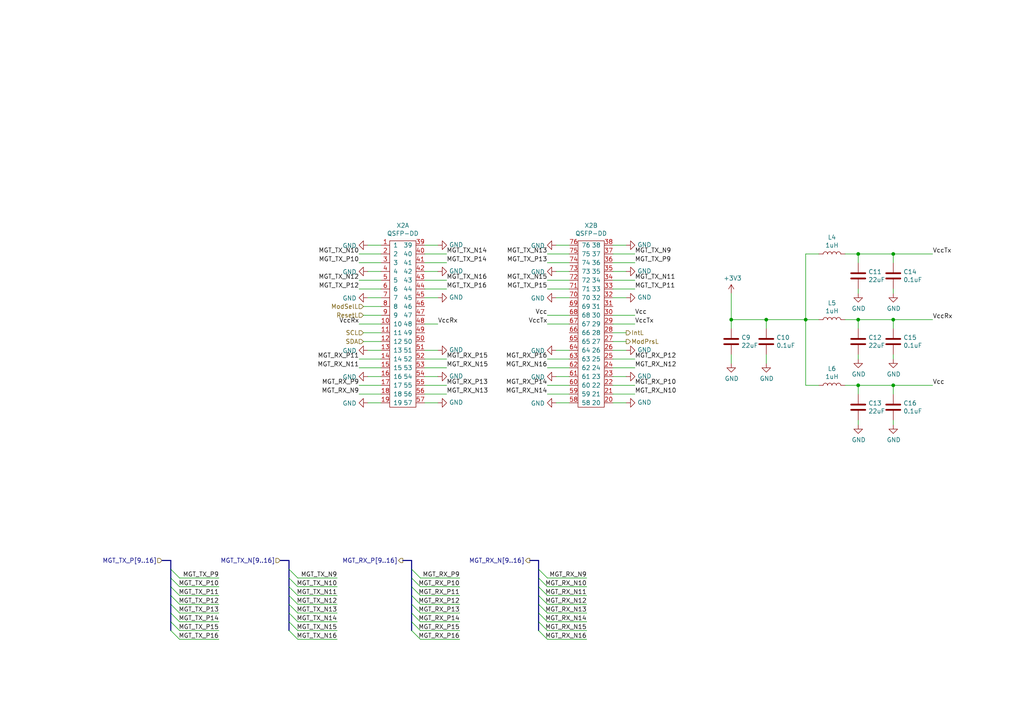
<source format=kicad_sch>
(kicad_sch (version 20211123) (generator eeschema)
  (paper "A4")
  (title_block (title "RTM_Template") (date "2021-06-25") (rev "v1.0") (company "Karlsruhe Institute of Technology (KIT)") (comment 1 "Carsten Schmerbeck, Luis Ardila "))
  (lib_symbols
    (symbol "Device:C" (pin_numbers hide) (pin_names (offset 0.254))
      (property "Reference" "C" (at 0.635 2.54 0))
      (property "Value" "C" (at 0.635 -2.54 0))
      (symbol "C_0_1"
        (polyline (pts (xy -2.032 -0.762) (xy 2.032 -0.762)) (stroke (width 0.508)))
        (polyline (pts (xy -2.032 0.762) (xy 2.032 0.762)) (stroke (width 0.508)))
      )
      (symbol "C_1_1"
        (pin passive line (at 0 3.81 270) (length 2.794) (name "~") (number "1"))
        (pin passive line (at 0 -3.81 90) (length 2.794) (name "~") (number "2"))
      )
    )
    (symbol "Device:L" (pin_numbers hide) (pin_names (offset 1.016) hide)
      (property "Reference" "L" (at -1.27 0 90))
      (property "Value" "L" (at 1.905 0 90))
      (symbol "L_0_1"
        (arc (start 0 -2.54) (mid 0.635 -1.905) (end 0 -1.27))
        (arc (start 0 -1.27) (mid 0.635 -0.635) (end 0 0))
        (arc (start 0 0) (mid 0.635 0.635) (end 0 1.27))
        (arc (start 0 1.27) (mid 0.635 1.905) (end 0 2.54))
      )
      (symbol "L_1_1"
        (pin passive line (at 0 3.81 270) (length 1.27) (name "1") (number "1"))
        (pin passive line (at 0 -3.81 90) (length 1.27) (name "2") (number "2"))
      )
    )
    (symbol "power:+3.3V" (power) (pin_names (offset 0))
      (property "Value" "+3.3V" (at 0 3.556 0))
      (symbol "+3.3V_0_1"
        (polyline (pts (xy -0.762 1.27) (xy 0 2.54)))
        (polyline (pts (xy 0 0) (xy 0 2.54)))
        (polyline (pts (xy 0 2.54) (xy 0.762 1.27)))
      )
      (symbol "+3.3V_1_1"
        (pin power_in line (at 0 0 90) (length 0) hide (name "+3V3") (number "1"))
      )
    )
    (symbol "power:GND" (power) (pin_names (offset 0))
      (property "Value" "GND" (at 0 -3.81 0))
      (symbol "GND_0_1"
        (polyline (pts (xy 0 0) (xy 0 -1.27) (xy 1.27 -1.27) (xy 0 -2.54) (xy -1.27 -1.27) (xy 0 -1.27)))
      )
      (symbol "GND_1_1"
        (pin power_in line (at 0 0 270) (length 0) hide (name "GND") (number "1"))
      )
    )
    (symbol "rtm_template:QSFP-DD" (pin_names (offset 1.016))
      (property "Reference" "X" (at 3.81 2.54 0))
      (property "Value" "QSFP-DD" (at 5.08 -49.53 0))
      (symbol "QSFP-DD_0_1"
        (rectangle (start 2.54 1.27) (end 10.16 -46.99))
      )
      (symbol "QSFP-DD_1_1"
        (pin passive line (at 0 0 0) (length 2.54) (name "1") (number "1"))
        (pin passive line (at 0 -22.86 0) (length 2.54) (name "10") (number "10"))
        (pin passive line (at 0 -25.4 0) (length 2.54) (name "11") (number "11"))
        (pin passive line (at 0 -27.94 0) (length 2.54) (name "12") (number "12"))
        (pin passive line (at 0 -30.48 0) (length 2.54) (name "13") (number "13"))
        (pin passive line (at 0 -33.02 0) (length 2.54) (name "14") (number "14"))
        (pin passive line (at 0 -35.56 0) (length 2.54) (name "15") (number "15"))
        (pin passive line (at 0 -38.1 0) (length 2.54) (name "16") (number "16"))
        (pin passive line (at 0 -40.64 0) (length 2.54) (name "17") (number "17"))
        (pin passive line (at 0 -43.18 0) (length 2.54) (name "18") (number "18"))
        (pin passive line (at 0 -45.72 0) (length 2.54) (name "19") (number "19"))
        (pin passive line (at 0 -2.54 0) (length 2.54) (name "2") (number "2"))
        (pin passive line (at 0 -5.08 0) (length 2.54) (name "3") (number "3"))
        (pin passive line (at 12.7 0 180) (length 2.54) (name "39") (number "39"))
        (pin passive line (at 0 -7.62 0) (length 2.54) (name "4") (number "4"))
        (pin passive line (at 12.7 -2.54 180) (length 2.54) (name "40") (number "40"))
        (pin passive line (at 12.7 -5.08 180) (length 2.54) (name "41") (number "41"))
        (pin passive line (at 12.7 -7.62 180) (length 2.54) (name "42") (number "42"))
        (pin passive line (at 12.7 -10.16 180) (length 2.54) (name "43") (number "43"))
        (pin passive line (at 12.7 -12.7 180) (length 2.54) (name "44") (number "44"))
        (pin passive line (at 12.7 -15.24 180) (length 2.54) (name "45") (number "45"))
        (pin passive line (at 12.7 -17.78 180) (length 2.54) (name "46") (number "46"))
        (pin passive line (at 12.7 -20.32 180) (length 2.54) (name "47") (number "47"))
        (pin passive line (at 12.7 -22.86 180) (length 2.54) (name "48") (number "48"))
        (pin passive line (at 12.7 -25.4 180) (length 2.54) (name "49") (number "49"))
        (pin passive line (at 0 -10.16 0) (length 2.54) (name "5") (number "5"))
        (pin passive line (at 12.7 -27.94 180) (length 2.54) (name "50") (number "50"))
        (pin passive line (at 12.7 -30.48 180) (length 2.54) (name "51") (number "51"))
        (pin passive line (at 12.7 -33.02 180) (length 2.54) (name "52") (number "52"))
        (pin passive line (at 12.7 -35.56 180) (length 2.54) (name "53") (number "53"))
        (pin passive line (at 12.7 -38.1 180) (length 2.54) (name "54") (number "54"))
        (pin passive line (at 12.7 -40.64 180) (length 2.54) (name "55") (number "55"))
        (pin passive line (at 12.7 -43.18 180) (length 2.54) (name "56") (number "56"))
        (pin passive line (at 12.7 -45.72 180) (length 2.54) (name "57") (number "57"))
        (pin passive line (at 0 -12.7 0) (length 2.54) (name "6") (number "6"))
        (pin passive line (at 0 -15.24 0) (length 2.54) (name "7") (number "7"))
        (pin passive line (at 0 -17.78 0) (length 2.54) (name "8") (number "8"))
        (pin passive line (at 0 -20.32 0) (length 2.54) (name "9") (number "9"))
      )
      (symbol "QSFP-DD_2_1"
        (pin passive line (at 12.7 -45.72 180) (length 2.54) (name "20") (number "20"))
        (pin passive line (at 12.7 -43.18 180) (length 2.54) (name "21") (number "21"))
        (pin passive line (at 12.7 -40.64 180) (length 2.54) (name "22") (number "22"))
        (pin passive line (at 12.7 -38.1 180) (length 2.54) (name "23") (number "23"))
        (pin passive line (at 12.7 -35.56 180) (length 2.54) (name "24") (number "24"))
        (pin passive line (at 12.7 -33.02 180) (length 2.54) (name "25") (number "25"))
        (pin passive line (at 12.7 -30.48 180) (length 2.54) (name "26") (number "26"))
        (pin passive line (at 12.7 -27.94 180) (length 2.54) (name "27") (number "27"))
        (pin passive line (at 12.7 -25.4 180) (length 2.54) (name "28") (number "28"))
        (pin passive line (at 12.7 -22.86 180) (length 2.54) (name "29") (number "29"))
        (pin passive line (at 12.7 -20.32 180) (length 2.54) (name "30") (number "30"))
        (pin passive line (at 12.7 -17.78 180) (length 2.54) (name "31") (number "31"))
        (pin passive line (at 12.7 -15.24 180) (length 2.54) (name "32") (number "32"))
        (pin passive line (at 12.7 -12.7 180) (length 2.54) (name "33") (number "33"))
        (pin passive line (at 12.7 -10.16 180) (length 2.54) (name "34") (number "34"))
        (pin passive line (at 12.7 -7.62 180) (length 2.54) (name "35") (number "35"))
        (pin passive line (at 12.7 -5.08 180) (length 2.54) (name "36") (number "36"))
        (pin passive line (at 12.7 -2.54 180) (length 2.54) (name "37") (number "37"))
        (pin passive line (at 12.7 0 180) (length 2.54) (name "38") (number "38"))
        (pin passive line (at 0 -45.72 0) (length 2.54) (name "58") (number "58"))
        (pin passive line (at 0 -43.18 0) (length 2.54) (name "59") (number "59"))
        (pin passive line (at 0 -40.64 0) (length 2.54) (name "60") (number "60"))
        (pin passive line (at 0 -38.1 0) (length 2.54) (name "61") (number "61"))
        (pin passive line (at 0 -35.56 0) (length 2.54) (name "62") (number "62"))
        (pin passive line (at 0 -33.02 0) (length 2.54) (name "63") (number "63"))
        (pin passive line (at 0 -30.48 0) (length 2.54) (name "64") (number "64"))
        (pin passive line (at 0 -27.94 0) (length 2.54) (name "65") (number "65"))
        (pin passive line (at 0 -25.4 0) (length 2.54) (name "66") (number "66"))
        (pin passive line (at 0 -22.86 0) (length 2.54) (name "67") (number "67"))
        (pin passive line (at 0 -20.32 0) (length 2.54) (name "68") (number "68"))
        (pin passive line (at 0 -17.78 0) (length 2.54) (name "69") (number "69"))
        (pin passive line (at 0 -15.24 0) (length 2.54) (name "70") (number "70"))
        (pin passive line (at 0 -12.7 0) (length 2.54) (name "71") (number "71"))
        (pin passive line (at 0 -10.16 0) (length 2.54) (name "72") (number "72"))
        (pin passive line (at 0 -7.62 0) (length 2.54) (name "73") (number "73"))
        (pin passive line (at 0 -5.08 0) (length 2.54) (name "74") (number "74"))
        (pin passive line (at 0 -2.54 0) (length 2.54) (name "75") (number "75"))
        (pin passive line (at 0 0 0) (length 2.54) (name "76") (number "76"))
      )
    )
  )
  (junction (at 248.92 111.76))
  (junction (at 259.08 111.76))
  (junction (at 259.08 92.71))
  (junction (at 212.09 92.71))
  (junction (at 259.08 73.66))
  (junction (at 222.25 92.71))
  (junction (at 248.92 73.66))
  (junction (at 248.92 92.71))
  (junction (at 233.68 92.71))
  (bus_entry (at 156.21 170.18) (size 2.54 2.54))
  (bus_entry (at 119.38 177.8) (size 2.54 2.54))
  (bus_entry (at 49.53 167.64) (size 2.54 2.54))
  (bus_entry (at 83.82 167.64) (size 2.54 2.54))
  (bus_entry (at 119.38 175.26) (size 2.54 2.54))
  (bus_entry (at 156.21 175.26) (size 2.54 2.54))
  (bus_entry (at 156.21 172.72) (size 2.54 2.54))
  (bus_entry (at 119.38 170.18) (size 2.54 2.54))
  (bus_entry (at 156.21 177.8) (size 2.54 2.54))
  (bus_entry (at 49.53 170.18) (size 2.54 2.54))
  (bus_entry (at 83.82 180.34) (size 2.54 2.54))
  (bus_entry (at 83.82 175.26) (size 2.54 2.54))
  (bus_entry (at 119.38 180.34) (size 2.54 2.54))
  (bus_entry (at 83.82 172.72) (size 2.54 2.54))
  (bus_entry (at 49.53 180.34) (size 2.54 2.54))
  (bus_entry (at 83.82 177.8) (size 2.54 2.54))
  (bus_entry (at 83.82 182.88) (size 2.54 2.54))
  (bus_entry (at 49.53 177.8) (size 2.54 2.54))
  (bus_entry (at 156.21 182.88) (size 2.54 2.54))
  (bus_entry (at 119.38 182.88) (size 2.54 2.54))
  (bus_entry (at 156.21 180.34) (size 2.54 2.54))
  (bus_entry (at 119.38 172.72) (size 2.54 2.54))
  (bus_entry (at 156.21 167.64) (size 2.54 2.54))
  (bus_entry (at 49.53 165.1) (size 2.54 2.54))
  (bus_entry (at 119.38 165.1) (size 2.54 2.54))
  (bus_entry (at 49.53 172.72) (size 2.54 2.54))
  (bus_entry (at 49.53 175.26) (size 2.54 2.54))
  (bus_entry (at 49.53 182.88) (size 2.54 2.54))
  (bus_entry (at 119.38 167.64) (size 2.54 2.54))
  (bus_entry (at 156.21 165.1) (size 2.54 2.54))
  (bus_entry (at 83.82 165.1) (size 2.54 2.54))
  (bus_entry (at 83.82 170.18) (size 2.54 2.54))
  (wire (pts (xy 97.79 180.34) (xy 86.36 180.34)))
  (bus (pts (xy 119.38 162.56) (xy 119.38 165.1)))
  (wire (pts (xy 259.08 73.66) (xy 270.51 73.66)))
  (wire (pts (xy 161.29 109.22) (xy 165.1 109.22)))
  (wire (pts (xy 97.79 185.42) (xy 86.36 185.42)))
  (wire (pts (xy 97.79 172.72) (xy 86.36 172.72)))
  (bus (pts (xy 119.38 180.34) (xy 119.38 182.88)))
  (wire (pts (xy 133.35 185.42) (xy 121.92 185.42)))
  (bus (pts (xy 81.28 162.56) (xy 83.82 162.56)))
  (bus (pts (xy 49.53 180.34) (xy 49.53 182.88)))
  (bus (pts (xy 119.38 165.1) (xy 119.38 167.64)))
  (wire (pts (xy 170.18 175.26) (xy 158.75 175.26)))
  (bus (pts (xy 156.21 177.8) (xy 156.21 180.34)))
  (wire (pts (xy 123.19 111.76) (xy 129.54 111.76)))
  (wire (pts (xy 133.35 175.26) (xy 121.92 175.26)))
  (wire (pts (xy 259.08 104.14) (xy 259.08 102.87)))
  (wire (pts (xy 158.75 104.14) (xy 165.1 104.14)))
  (wire (pts (xy 127 71.12) (xy 123.19 71.12)))
  (wire (pts (xy 177.8 83.82) (xy 184.15 83.82)))
  (wire (pts (xy 106.68 78.74) (xy 110.49 78.74)))
  (wire (pts (xy 104.14 93.98) (xy 110.49 93.98)))
  (wire (pts (xy 63.5 167.64) (xy 52.07 167.64)))
  (wire (pts (xy 104.14 76.2) (xy 110.49 76.2)))
  (wire (pts (xy 106.68 109.22) (xy 110.49 109.22)))
  (wire (pts (xy 177.8 73.66) (xy 184.15 73.66)))
  (wire (pts (xy 161.29 116.84) (xy 165.1 116.84)))
  (wire (pts (xy 158.75 91.44) (xy 165.1 91.44)))
  (bus (pts (xy 156.21 165.1) (xy 156.21 167.64)))
  (wire (pts (xy 106.68 116.84) (xy 110.49 116.84)))
  (wire (pts (xy 259.08 92.71) (xy 270.51 92.71)))
  (wire (pts (xy 170.18 185.42) (xy 158.75 185.42)))
  (wire (pts (xy 248.92 104.14) (xy 248.92 102.87)))
  (wire (pts (xy 161.29 86.36) (xy 165.1 86.36)))
  (wire (pts (xy 106.68 101.6) (xy 110.49 101.6)))
  (wire (pts (xy 237.49 92.71) (xy 233.68 92.71)))
  (wire (pts (xy 97.79 175.26) (xy 86.36 175.26)))
  (bus (pts (xy 49.53 170.18) (xy 49.53 172.72)))
  (wire (pts (xy 106.68 71.12) (xy 110.49 71.12)))
  (wire (pts (xy 170.18 172.72) (xy 158.75 172.72)))
  (wire (pts (xy 133.35 167.64) (xy 121.92 167.64)))
  (bus (pts (xy 49.53 167.64) (xy 49.53 170.18)))
  (wire (pts (xy 158.75 83.82) (xy 165.1 83.82)))
  (wire (pts (xy 212.09 92.71) (xy 212.09 95.25)))
  (bus (pts (xy 156.21 172.72) (xy 156.21 175.26)))
  (wire (pts (xy 212.09 102.87) (xy 212.09 105.41)))
  (wire (pts (xy 97.79 177.8) (xy 86.36 177.8)))
  (wire (pts (xy 133.35 180.34) (xy 121.92 180.34)))
  (wire (pts (xy 105.41 91.44) (xy 110.49 91.44)))
  (wire (pts (xy 104.14 83.82) (xy 110.49 83.82)))
  (wire (pts (xy 63.5 175.26) (xy 52.07 175.26)))
  (wire (pts (xy 222.25 105.41) (xy 222.25 102.87)))
  (wire (pts (xy 181.61 78.74) (xy 177.8 78.74)))
  (bus (pts (xy 49.53 172.72) (xy 49.53 175.26)))
  (bus (pts (xy 49.53 177.8) (xy 49.53 180.34)))
  (bus (pts (xy 156.21 175.26) (xy 156.21 177.8)))
  (bus (pts (xy 83.82 167.64) (xy 83.82 170.18)))
  (wire (pts (xy 170.18 177.8) (xy 158.75 177.8)))
  (wire (pts (xy 259.08 111.76) (xy 270.51 111.76)))
  (wire (pts (xy 212.09 92.71) (xy 212.09 85.09)))
  (wire (pts (xy 129.54 73.66) (xy 123.19 73.66)))
  (wire (pts (xy 248.92 76.2) (xy 248.92 73.66)))
  (wire (pts (xy 248.92 73.66) (xy 259.08 73.66)))
  (wire (pts (xy 184.15 114.3) (xy 177.8 114.3)))
  (wire (pts (xy 259.08 83.82) (xy 259.08 85.09)))
  (bus (pts (xy 119.38 167.64) (xy 119.38 170.18)))
  (wire (pts (xy 104.14 104.14) (xy 110.49 104.14)))
  (bus (pts (xy 83.82 175.26) (xy 83.82 177.8)))
  (bus (pts (xy 156.21 167.64) (xy 156.21 170.18)))
  (wire (pts (xy 222.25 95.25) (xy 222.25 92.71)))
  (wire (pts (xy 104.14 81.28) (xy 110.49 81.28)))
  (wire (pts (xy 127 109.22) (xy 123.19 109.22)))
  (wire (pts (xy 248.92 114.3) (xy 248.92 111.76)))
  (wire (pts (xy 161.29 71.12) (xy 165.1 71.12)))
  (bus (pts (xy 156.21 170.18) (xy 156.21 172.72)))
  (bus (pts (xy 119.38 175.26) (xy 119.38 177.8)))
  (wire (pts (xy 158.75 73.66) (xy 165.1 73.66)))
  (wire (pts (xy 177.8 91.44) (xy 184.15 91.44)))
  (wire (pts (xy 181.61 96.52) (xy 177.8 96.52)))
  (wire (pts (xy 133.35 170.18) (xy 121.92 170.18)))
  (wire (pts (xy 248.92 123.19) (xy 248.92 121.92)))
  (wire (pts (xy 181.61 101.6) (xy 177.8 101.6)))
  (wire (pts (xy 133.35 177.8) (xy 121.92 177.8)))
  (wire (pts (xy 177.8 111.76) (xy 184.15 111.76)))
  (wire (pts (xy 184.15 93.98) (xy 177.8 93.98)))
  (bus (pts (xy 119.38 177.8) (xy 119.38 180.34)))
  (wire (pts (xy 165.1 111.76) (xy 158.75 111.76)))
  (wire (pts (xy 63.5 182.88) (xy 52.07 182.88)))
  (wire (pts (xy 181.61 109.22) (xy 177.8 109.22)))
  (bus (pts (xy 156.21 180.34) (xy 156.21 182.88)))
  (bus (pts (xy 49.53 175.26) (xy 49.53 177.8)))
  (wire (pts (xy 129.54 104.14) (xy 123.19 104.14)))
  (wire (pts (xy 123.19 76.2) (xy 129.54 76.2)))
  (wire (pts (xy 133.35 172.72) (xy 121.92 172.72)))
  (wire (pts (xy 127 101.6) (xy 123.19 101.6)))
  (wire (pts (xy 170.18 170.18) (xy 158.75 170.18)))
  (wire (pts (xy 123.19 106.68) (xy 129.54 106.68)))
  (wire (pts (xy 170.18 180.34) (xy 158.75 180.34)))
  (bus (pts (xy 83.82 177.8) (xy 83.82 180.34)))
  (wire (pts (xy 259.08 73.66) (xy 259.08 76.2)))
  (bus (pts (xy 49.53 162.56) (xy 49.53 165.1)))
  (wire (pts (xy 248.92 95.25) (xy 248.92 92.71)))
  (wire (pts (xy 233.68 111.76) (xy 233.68 92.71)))
  (wire (pts (xy 177.8 76.2) (xy 184.15 76.2)))
  (wire (pts (xy 123.19 83.82) (xy 129.54 83.82)))
  (wire (pts (xy 97.79 167.64) (xy 86.36 167.64)))
  (wire (pts (xy 248.92 85.09) (xy 248.92 83.82)))
  (wire (pts (xy 63.5 180.34) (xy 52.07 180.34)))
  (wire (pts (xy 106.68 86.36) (xy 110.49 86.36)))
  (wire (pts (xy 105.41 88.9) (xy 110.49 88.9)))
  (wire (pts (xy 165.1 76.2) (xy 158.75 76.2)))
  (wire (pts (xy 181.61 86.36) (xy 177.8 86.36)))
  (wire (pts (xy 127 116.84) (xy 123.19 116.84)))
  (wire (pts (xy 248.92 111.76) (xy 245.11 111.76)))
  (bus (pts (xy 83.82 170.18) (xy 83.82 172.72)))
  (wire (pts (xy 105.41 99.06) (xy 110.49 99.06)))
  (wire (pts (xy 259.08 95.25) (xy 259.08 92.71)))
  (wire (pts (xy 158.75 106.68) (xy 165.1 106.68)))
  (wire (pts (xy 184.15 106.68) (xy 177.8 106.68)))
  (wire (pts (xy 129.54 81.28) (xy 123.19 81.28)))
  (bus (pts (xy 119.38 172.72) (xy 119.38 175.26)))
  (wire (pts (xy 123.19 93.98) (xy 127 93.98)))
  (wire (pts (xy 259.08 123.19) (xy 259.08 121.92)))
  (wire (pts (xy 63.5 170.18) (xy 52.07 170.18)))
  (wire (pts (xy 165.1 93.98) (xy 158.75 93.98)))
  (wire (pts (xy 161.29 101.6) (xy 165.1 101.6)))
  (bus (pts (xy 153.67 162.56) (xy 156.21 162.56)))
  (wire (pts (xy 63.5 177.8) (xy 52.07 177.8)))
  (wire (pts (xy 105.41 96.52) (xy 110.49 96.52)))
  (bus (pts (xy 83.82 165.1) (xy 83.82 167.64)))
  (wire (pts (xy 104.14 114.3) (xy 110.49 114.3)))
  (wire (pts (xy 133.35 182.88) (xy 121.92 182.88)))
  (bus (pts (xy 83.82 180.34) (xy 83.82 182.88)))
  (wire (pts (xy 127 78.74) (xy 123.19 78.74)))
  (bus (pts (xy 119.38 170.18) (xy 119.38 172.72)))
  (wire (pts (xy 222.25 92.71) (xy 212.09 92.71)))
  (wire (pts (xy 123.19 114.3) (xy 129.54 114.3)))
  (wire (pts (xy 177.8 104.14) (xy 184.15 104.14)))
  (wire (pts (xy 259.08 92.71) (xy 248.92 92.71)))
  (wire (pts (xy 110.49 106.68) (xy 104.14 106.68)))
  (wire (pts (xy 233.68 73.66) (xy 237.49 73.66)))
  (wire (pts (xy 245.11 73.66) (xy 248.92 73.66)))
  (bus (pts (xy 49.53 165.1) (xy 49.53 167.64)))
  (bus (pts (xy 156.21 162.56) (xy 156.21 165.1)))
  (wire (pts (xy 165.1 81.28) (xy 158.75 81.28)))
  (wire (pts (xy 259.08 114.3) (xy 259.08 111.76)))
  (wire (pts (xy 97.79 170.18) (xy 86.36 170.18)))
  (wire (pts (xy 181.61 116.84) (xy 177.8 116.84)))
  (bus (pts (xy 116.84 162.56) (xy 119.38 162.56)))
  (bus (pts (xy 83.82 172.72) (xy 83.82 175.26)))
  (wire (pts (xy 104.14 111.76) (xy 110.49 111.76)))
  (wire (pts (xy 97.79 182.88) (xy 86.36 182.88)))
  (wire (pts (xy 233.68 92.71) (xy 233.68 73.66)))
  (bus (pts (xy 46.99 162.56) (xy 49.53 162.56)))
  (wire (pts (xy 233.68 92.71) (xy 222.25 92.71)))
  (wire (pts (xy 237.49 111.76) (xy 233.68 111.76)))
  (wire (pts (xy 63.5 185.42) (xy 52.07 185.42)))
  (wire (pts (xy 170.18 167.64) (xy 158.75 167.64)))
  (wire (pts (xy 248.92 92.71) (xy 245.11 92.71)))
  (bus (pts (xy 83.82 162.56) (xy 83.82 165.1)))
  (wire (pts (xy 161.29 78.74) (xy 165.1 78.74)))
  (wire (pts (xy 181.61 71.12) (xy 177.8 71.12)))
  (wire (pts (xy 184.15 81.28) (xy 177.8 81.28)))
  (wire (pts (xy 104.14 73.66) (xy 110.49 73.66)))
  (wire (pts (xy 158.75 114.3) (xy 165.1 114.3)))
  (wire (pts (xy 259.08 111.76) (xy 248.92 111.76)))
  (wire (pts (xy 63.5 172.72) (xy 52.07 172.72)))
  (wire (pts (xy 181.61 99.06) (xy 177.8 99.06)))
  (wire (pts (xy 127 86.36) (xy 123.19 86.36)))
  (wire (pts (xy 170.18 182.88) (xy 158.75 182.88)))
  (label "MGT_RX_N14" (at 170.18 180.34 180))
  (label "MGT_TX_P11" (at 63.5 172.72 180))
  (label "MGT_RX_P12" (at 184.15 104.14 0))
  (label "VccTx" (at 184.15 93.98 0))
  (label "MGT_RX_P16" (at 133.35 185.42 180))
  (label "MGT_TX_N9" (at 97.79 167.64 180))
  (label "MGT_TX_N12" (at 97.79 175.26 180))
  (label "Vcc" (at 270.51 111.76 0))
  (label "MGT_TX_P14" (at 129.54 76.2 0))
  (label "MGT_TX_P10" (at 63.5 170.18 180))
  (label "MGT_RX_P15" (at 129.54 104.14 0))
  (label "MGT_RX_P9" (at 133.35 167.64 180))
  (label "MGT_RX_P14" (at 133.35 180.34 180))
  (label "MGT_TX_P11" (at 184.15 83.82 0))
  (label "MGT_TX_P15" (at 63.5 182.88 180))
  (label "MGT_RX_P10" (at 133.35 170.18 180))
  (label "MGT_RX_N16" (at 170.18 185.42 180))
  (label "MGT_RX_P13" (at 129.54 111.76 0))
  (label "MGT_RX_N15" (at 129.54 106.68 0))
  (label "MGT_RX_N11" (at 104.14 106.68 180))
  (label "MGT_TX_N13" (at 97.79 177.8 180))
  (label "MGT_TX_P13" (at 63.5 177.8 180))
  (label "Vcc" (at 158.75 91.44 180))
  (label "MGT_TX_P16" (at 129.54 83.82 0))
  (label "MGT_TX_N16" (at 97.79 185.42 180))
  (label "Vcc" (at 184.15 91.44 0))
  (label "MGT_RX_N12" (at 170.18 175.26 180))
  (label "MGT_TX_P14" (at 63.5 180.34 180))
  (label "MGT_RX_N11" (at 170.18 172.72 180))
  (label "MGT_RX_N13" (at 129.54 114.3 0))
  (label "VccRx" (at 127 93.98 0))
  (label "MGT_TX_P12" (at 104.14 83.82 180))
  (label "MGT_TX_N11" (at 184.15 81.28 0))
  (label "MGT_RX_N10" (at 170.18 170.18 180))
  (label "MGT_RX_P15" (at 133.35 182.88 180))
  (label "MGT_RX_P12" (at 133.35 175.26 180))
  (label "MGT_RX_P10" (at 184.15 111.76 0))
  (label "MGT_RX_N16" (at 158.75 106.68 180))
  (label "MGT_RX_N9" (at 170.18 167.64 180))
  (label "MGT_RX_P9" (at 104.14 111.76 180))
  (label "MGT_TX_N10" (at 97.79 170.18 180))
  (label "MGT_TX_N11" (at 97.79 172.72 180))
  (label "MGT_RX_N10" (at 184.15 114.3 0))
  (label "MGT_TX_P12" (at 63.5 175.26 180))
  (label "VccRx" (at 270.51 92.71 0))
  (label "MGT_TX_P9" (at 184.15 76.2 0))
  (label "MGT_RX_N9" (at 104.14 114.3 180))
  (label "MGT_TX_N16" (at 129.54 81.28 0))
  (label "MGT_RX_P14" (at 158.75 111.76 180))
  (label "MGT_RX_N14" (at 158.75 114.3 180))
  (label "MGT_RX_N12" (at 184.15 106.68 0))
  (label "MGT_TX_N14" (at 129.54 73.66 0))
  (label "MGT_RX_P11" (at 104.14 104.14 180))
  (label "VccTx" (at 158.75 93.98 180))
  (label "MGT_TX_N12" (at 104.14 81.28 180))
  (label "MGT_TX_N13" (at 158.75 73.66 180))
  (label "MGT_TX_N14" (at 97.79 180.34 180))
  (label "MGT_TX_N9" (at 184.15 73.66 0))
  (label "MGT_RX_P13" (at 133.35 177.8 180))
  (label "MGT_RX_N15" (at 170.18 182.88 180))
  (label "MGT_RX_P11" (at 133.35 172.72 180))
  (label "MGT_RX_N13" (at 170.18 177.8 180))
  (label "MGT_TX_P15" (at 158.75 83.82 180))
  (label "MGT_TX_N15" (at 97.79 182.88 180))
  (label "MGT_TX_N10" (at 104.14 73.66 180))
  (label "MGT_RX_P16" (at 158.75 104.14 180))
  (label "VccTx" (at 270.51 73.66 0))
  (label "MGT_TX_P9" (at 63.5 167.64 180))
  (label "VccRx" (at 104.14 93.98 180))
  (label "MGT_TX_P13" (at 158.75 76.2 180))
  (label "MGT_TX_P10" (at 104.14 76.2 180))
  (label "MGT_TX_N15" (at 158.75 81.28 180))
  (label "MGT_TX_P16" (at 63.5 185.42 180))
  (hierarchical_label "MGT_RX_N[9..16]" (shape output) (at 153.67 162.56 180))
  (hierarchical_label "SDA" (shape input) (at 105.41 99.06 180))
  (hierarchical_label "ModPrsL" (shape output) (at 181.61 99.06 0))
  (hierarchical_label "IntL" (shape output) (at 181.61 96.52 0))
  (hierarchical_label "ResetL" (shape input) (at 105.41 91.44 180))
  (hierarchical_label "ModSelL" (shape input) (at 105.41 88.9 180))
  (hierarchical_label "SCL" (shape input) (at 105.41 96.52 180))
  (hierarchical_label "MGT_TX_N[9..16]" (shape input) (at 81.28 162.56 180))
  (hierarchical_label "MGT_TX_P[9..16]" (shape input) (at 46.99 162.56 180))
  (hierarchical_label "MGT_RX_P[9..16]" (shape output) (at 116.84 162.56 180))
  (symbol (lib_id "rtm_template:QSFP-DD") (at 110.49 71.12 0) (unit 1)
    (property "Reference" "X2" (at 116.84 65.405 0))
    (property "Value" "QSFP-DD" (at 116.84 67.7164 0))
    (property "Footprint" "rtm_template:QSFP-DD" (effects hide))
  )
  (symbol (lib_id "rtm_template:QSFP-DD") (at 165.1 71.12 0) (unit 2)
    (property "Reference" "X2" (at 171.45 65.405 0))
    (property "Value" "QSFP-DD" (at 171.45 67.7164 0))
    (property "Footprint" "rtm_template:QSFP-DD" (effects hide))
  )
  (symbol (lib_id "power:GND") (at 106.68 71.12 270) (unit 1)
    (property "Reference" "#PWR064" (effects hide))
    (property "Value" "GND" (at 103.4288 71.247 90) (effects (justify right)))
  )
  (symbol (lib_id "power:GND") (at 106.68 78.74 270) (unit 1)
    (property "Reference" "#PWR065" (effects hide))
    (property "Value" "GND" (at 103.4288 78.867 90) (effects (justify right)))
  )
  (symbol (lib_id "power:GND") (at 106.68 86.36 270) (unit 1)
    (property "Reference" "#PWR066" (effects hide))
    (property "Value" "GND" (at 103.4288 86.487 90) (effects (justify right)))
  )
  (symbol (lib_id "power:GND") (at 106.68 101.6 270) (unit 1)
    (property "Reference" "#PWR067" (effects hide))
    (property "Value" "GND" (at 103.4288 101.727 90) (effects (justify right)))
  )
  (symbol (lib_id "power:GND") (at 106.68 109.22 270) (unit 1)
    (property "Reference" "#PWR068" (effects hide))
    (property "Value" "GND" (at 103.4288 109.347 90) (effects (justify right)))
  )
  (symbol (lib_id "power:GND") (at 106.68 116.84 270) (unit 1)
    (property "Reference" "#PWR069" (effects hide))
    (property "Value" "GND" (at 103.4288 116.967 90) (effects (justify right)))
  )
  (symbol (lib_id "power:GND") (at 161.29 71.12 270) (unit 1)
    (property "Reference" "#PWR076" (effects hide))
    (property "Value" "GND" (at 158.0388 71.247 90) (effects (justify right)))
  )
  (symbol (lib_id "power:GND") (at 161.29 78.74 270) (unit 1)
    (property "Reference" "#PWR077" (effects hide))
    (property "Value" "GND" (at 158.0388 78.867 90) (effects (justify right)))
  )
  (symbol (lib_id "power:GND") (at 161.29 86.36 270) (unit 1)
    (property "Reference" "#PWR078" (effects hide))
    (property "Value" "GND" (at 158.0388 86.487 90) (effects (justify right)))
  )
  (symbol (lib_id "power:GND") (at 161.29 101.6 270) (unit 1)
    (property "Reference" "#PWR079" (effects hide))
    (property "Value" "GND" (at 158.0388 101.727 90) (effects (justify right)))
  )
  (symbol (lib_id "power:GND") (at 161.29 109.22 270) (unit 1)
    (property "Reference" "#PWR080" (effects hide))
    (property "Value" "GND" (at 158.0388 109.347 90) (effects (justify right)))
  )
  (symbol (lib_id "power:GND") (at 161.29 116.84 270) (unit 1)
    (property "Reference" "#PWR081" (effects hide))
    (property "Value" "GND" (at 158.0388 116.967 90) (effects (justify right)))
  )
  (symbol (lib_id "power:GND") (at 181.61 116.84 90) (unit 1)
    (property "Reference" "#PWR087" (effects hide))
    (property "Value" "GND" (at 184.8612 116.713 90) (effects (justify right)))
  )
  (symbol (lib_id "power:GND") (at 181.61 109.22 90) (unit 1)
    (property "Reference" "#PWR086" (effects hide))
    (property "Value" "GND" (at 184.8612 109.093 90) (effects (justify right)))
  )
  (symbol (lib_id "power:GND") (at 181.61 101.6 90) (unit 1)
    (property "Reference" "#PWR085" (effects hide))
    (property "Value" "GND" (at 184.8612 101.473 90) (effects (justify right)))
  )
  (symbol (lib_id "power:GND") (at 181.61 86.36 90) (unit 1)
    (property "Reference" "#PWR084" (effects hide))
    (property "Value" "GND" (at 184.8612 86.233 90) (effects (justify right)))
  )
  (symbol (lib_id "power:GND") (at 181.61 78.74 90) (unit 1)
    (property "Reference" "#PWR083" (effects hide))
    (property "Value" "GND" (at 184.8612 78.613 90) (effects (justify right)))
  )
  (symbol (lib_id "power:GND") (at 181.61 71.12 90) (unit 1)
    (property "Reference" "#PWR082" (effects hide))
    (property "Value" "GND" (at 184.8612 70.993 90) (effects (justify right)))
  )
  (symbol (lib_id "power:GND") (at 127 71.12 90) (unit 1)
    (property "Reference" "#PWR070" (effects hide))
    (property "Value" "GND" (at 130.2512 70.993 90) (effects (justify right)))
  )
  (symbol (lib_id "power:GND") (at 127 78.74 90) (unit 1)
    (property "Reference" "#PWR071" (effects hide))
    (property "Value" "GND" (at 130.2512 78.613 90) (effects (justify right)))
  )
  (symbol (lib_id "power:GND") (at 127 86.36 90) (unit 1)
    (property "Reference" "#PWR072" (effects hide))
    (property "Value" "GND" (at 130.2512 86.233 90) (effects (justify right)))
  )
  (symbol (lib_id "power:GND") (at 127 101.6 90) (unit 1)
    (property "Reference" "#PWR073" (effects hide))
    (property "Value" "GND" (at 130.2512 101.473 90) (effects (justify right)))
  )
  (symbol (lib_id "power:GND") (at 127 109.22 90) (unit 1)
    (property "Reference" "#PWR074" (effects hide))
    (property "Value" "GND" (at 130.2512 109.093 90) (effects (justify right)))
  )
  (symbol (lib_id "power:GND") (at 127 116.84 90) (unit 1)
    (property "Reference" "#PWR075" (effects hide))
    (property "Value" "GND" (at 130.2512 116.713 90) (effects (justify right)))
  )
  (symbol (lib_id "power:+3.3V") (at 212.09 85.09 0) (unit 1)
    (property "Reference" "#PWR088" (effects hide))
    (property "Value" "+3.3V" (at 212.471 80.6958 0))
  )
  (symbol (lib_id "Device:C") (at 212.09 99.06 0) (unit 1)
    (property "Reference" "C9" (at 215.011 97.8916 0) (effects (justify left)))
    (property "Value" "22uF" (at 215.011 100.203 0) (effects (justify left)))
    (property "Footprint" "Capacitor_SMD:C_1206_3216Metric" (effects hide))
  )
  (symbol (lib_id "Device:C") (at 222.25 99.06 0) (unit 1)
    (property "Reference" "C10" (at 225.171 97.8916 0) (effects (justify left)))
    (property "Value" "0.1uF" (at 225.171 100.203 0) (effects (justify left)))
    (property "Footprint" "Capacitor_SMD:C_0805_2012Metric" (effects hide))
  )
  (symbol (lib_id "Device:L") (at 241.3 73.66 90) (unit 1)
    (property "Reference" "L4" (at 241.3 68.834 90))
    (property "Value" "1uH" (at 241.3 71.1454 90))
    (property "Footprint" "Inductor_SMD:L_1210_3225Metric" (effects hide))
  )
  (symbol (lib_id "Device:L") (at 241.3 92.71 90) (unit 1)
    (property "Reference" "L5" (at 241.3 87.884 90))
    (property "Value" "1uH" (at 241.3 90.1954 90))
    (property "Footprint" "Inductor_SMD:L_1210_3225Metric" (effects hide))
  )
  (symbol (lib_id "Device:L") (at 241.3 111.76 90) (unit 1)
    (property "Reference" "L6" (at 241.3 106.934 90))
    (property "Value" "1uH" (at 241.3 109.2454 90))
    (property "Footprint" "Inductor_SMD:L_1210_3225Metric" (effects hide))
  )
  (symbol (lib_id "Device:C") (at 248.92 80.01 0) (unit 1)
    (property "Reference" "C11" (at 251.841 78.8416 0) (effects (justify left)))
    (property "Value" "22uF" (at 251.841 81.153 0) (effects (justify left)))
    (property "Footprint" "Capacitor_SMD:C_1206_3216Metric" (effects hide))
  )
  (symbol (lib_id "Device:C") (at 259.08 80.01 0) (unit 1)
    (property "Reference" "C14" (at 262.001 78.8416 0) (effects (justify left)))
    (property "Value" "0.1uF" (at 262.001 81.153 0) (effects (justify left)))
    (property "Footprint" "Capacitor_SMD:C_0805_2012Metric" (effects hide))
  )
  (symbol (lib_id "Device:C") (at 248.92 99.06 0) (unit 1)
    (property "Reference" "C12" (at 251.841 97.8916 0) (effects (justify left)))
    (property "Value" "22uF" (at 251.841 100.203 0) (effects (justify left)))
    (property "Footprint" "Capacitor_SMD:C_1206_3216Metric" (effects hide))
  )
  (symbol (lib_id "Device:C") (at 259.08 99.06 0) (unit 1)
    (property "Reference" "C15" (at 262.001 97.8916 0) (effects (justify left)))
    (property "Value" "0.1uF" (at 262.001 100.203 0) (effects (justify left)))
    (property "Footprint" "Capacitor_SMD:C_0805_2012Metric" (effects hide))
  )
  (symbol (lib_id "power:GND") (at 248.92 85.09 0) (unit 1)
    (property "Reference" "#PWR091" (effects hide))
    (property "Value" "GND" (at 249.047 89.4842 0))
  )
  (symbol (lib_id "power:GND") (at 259.08 85.09 0) (unit 1)
    (property "Reference" "#PWR094" (effects hide))
    (property "Value" "GND" (at 259.207 89.4842 0))
  )
  (symbol (lib_id "power:GND") (at 248.92 123.19 0) (unit 1)
    (property "Reference" "#PWR093" (effects hide))
    (property "Value" "GND" (at 249.047 127.5842 0))
  )
  (symbol (lib_id "power:GND") (at 259.08 123.19 0) (unit 1)
    (property "Reference" "#PWR096" (effects hide))
    (property "Value" "GND" (at 259.207 127.5842 0))
  )
  (symbol (lib_id "power:GND") (at 259.08 104.14 0) (unit 1)
    (property "Reference" "#PWR095" (effects hide))
    (property "Value" "GND" (at 259.207 108.5342 0))
  )
  (symbol (lib_id "power:GND") (at 248.92 104.14 0) (unit 1)
    (property "Reference" "#PWR092" (effects hide))
    (property "Value" "GND" (at 249.047 108.5342 0))
  )
  (symbol (lib_id "Device:C") (at 259.08 118.11 0) (unit 1)
    (property "Reference" "C16" (at 262.001 116.9416 0) (effects (justify left)))
    (property "Value" "0.1uF" (at 262.001 119.253 0) (effects (justify left)))
    (property "Footprint" "Capacitor_SMD:C_0805_2012Metric" (effects hide))
  )
  (symbol (lib_id "Device:C") (at 248.92 118.11 0) (unit 1)
    (property "Reference" "C13" (at 251.841 116.9416 0) (effects (justify left)))
    (property "Value" "22uF" (at 251.841 119.253 0) (effects (justify left)))
    (property "Footprint" "Capacitor_SMD:C_1206_3216Metric" (effects hide))
  )
  (symbol (lib_id "power:GND") (at 212.09 105.41 0) (unit 1)
    (property "Reference" "#PWR089" (effects hide))
    (property "Value" "GND" (at 212.217 109.8042 0))
  )
  (symbol (lib_id "power:GND") (at 222.25 105.41 0) (unit 1)
    (property "Reference" "#PWR090" (effects hide))
    (property "Value" "GND" (at 222.377 109.8042 0))
  )
)
</source>
